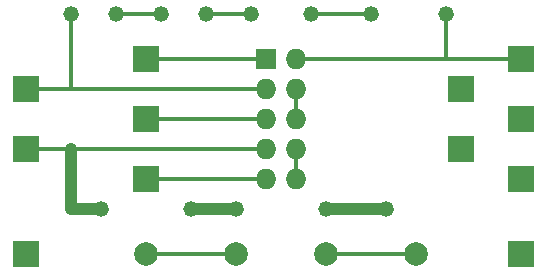
<source format=gbr>
G04 #@! TF.FileFunction,Copper,L2,Bot,Signal*
%FSLAX46Y46*%
G04 Gerber Fmt 4.6, Leading zero omitted, Abs format (unit mm)*
G04 Created by KiCad (PCBNEW 4.0.2+e4-6225~38~ubuntu16.04.1-stable) date jue 21 jul 2016 17:27:27 ART*
%MOMM*%
G01*
G04 APERTURE LIST*
%ADD10C,0.100000*%
%ADD11R,2.235200X2.235200*%
%ADD12R,1.727200X1.727200*%
%ADD13O,1.727200X1.727200*%
%ADD14C,1.998980*%
%ADD15C,1.320800*%
%ADD16C,0.304800*%
%ADD17C,1.000000*%
G04 APERTURE END LIST*
D10*
D11*
X96520000Y-97790000D03*
X86360000Y-100330000D03*
X96520000Y-102870000D03*
X86360000Y-105410000D03*
X96520000Y-107950000D03*
X128270000Y-114300000D03*
D12*
X106680000Y-97790000D03*
D13*
X109220000Y-97790000D03*
X106680000Y-100330000D03*
X109220000Y-100330000D03*
X106680000Y-102870000D03*
X109220000Y-102870000D03*
X106680000Y-105410000D03*
X109220000Y-105410000D03*
X106680000Y-107950000D03*
X109220000Y-107950000D03*
D11*
X86360000Y-114300000D03*
X128270000Y-97790000D03*
X123190000Y-100330000D03*
X128270000Y-102870000D03*
X123190000Y-105410000D03*
X128270000Y-107950000D03*
D14*
X119380000Y-114300000D03*
X111760000Y-114300000D03*
X96520000Y-114300000D03*
X104140000Y-114300000D03*
D15*
X121920000Y-93980000D03*
X115570000Y-93980000D03*
X110490000Y-93980000D03*
X105410000Y-93980000D03*
X101600000Y-93980000D03*
X97790000Y-93980000D03*
X93980000Y-93980000D03*
X90170000Y-93980000D03*
X106680000Y-97790000D03*
X109220000Y-97790000D03*
X106680000Y-100330000D03*
X106680000Y-102870000D03*
X106680000Y-105410000D03*
X106680000Y-107950000D03*
X96520000Y-114300000D03*
X104140000Y-114300000D03*
X111760000Y-114300000D03*
X119380000Y-114300000D03*
X109220000Y-100330000D03*
X109220000Y-102870000D03*
X116840000Y-110490000D03*
X111760000Y-110490000D03*
X104140000Y-110490000D03*
X100330000Y-110490000D03*
X92710000Y-110490000D03*
X109220000Y-107950000D03*
X109220000Y-105410000D03*
D16*
X90170000Y-100330000D02*
X90170000Y-93980000D01*
X121920000Y-93980000D02*
X121920000Y-97790000D01*
X110490000Y-93980000D02*
X115570000Y-93980000D01*
X101600000Y-93980000D02*
X105410000Y-93980000D01*
X93980000Y-93980000D02*
X97790000Y-93980000D01*
X96520000Y-97790000D02*
X106680000Y-97790000D01*
X109220000Y-97790000D02*
X121920000Y-97790000D01*
X121920000Y-97790000D02*
X128270000Y-97790000D01*
X86360000Y-100330000D02*
X90170000Y-100330000D01*
X90170000Y-100330000D02*
X106680000Y-100330000D01*
X106680000Y-102870000D02*
X96520000Y-102870000D01*
D17*
X90170000Y-105410000D02*
X90170000Y-110490000D01*
X90170000Y-110490000D02*
X92710000Y-110490000D01*
D16*
X86360000Y-105410000D02*
X90170000Y-105410000D01*
X90170000Y-105410000D02*
X106680000Y-105410000D01*
X106680000Y-107950000D02*
X96520000Y-107950000D01*
X96520000Y-114300000D02*
X104140000Y-114300000D01*
X111760000Y-114300000D02*
X119380000Y-114300000D01*
X109220000Y-100330000D02*
X109220000Y-102870000D01*
D17*
X111760000Y-110490000D02*
X116840000Y-110490000D01*
X100330000Y-110490000D02*
X104140000Y-110490000D01*
D16*
X109220000Y-107950000D02*
X109220000Y-105410000D01*
M02*

</source>
